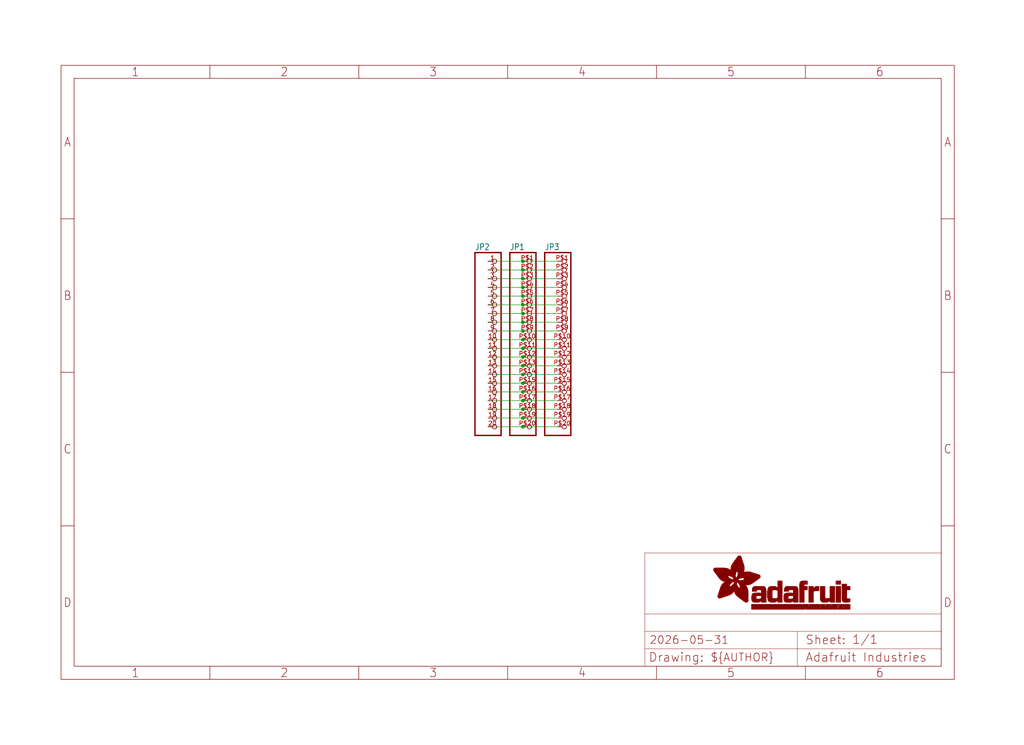
<source format=kicad_sch>
(kicad_sch (version 20230121) (generator eeschema)
  (paper "User" 298.45 217.322)
  (lib_symbols
    (symbol "working-eagle-import:FRAME_A4_ADAFRUIT"
      (symbol "FRAME_A4_ADAFRUIT_1_0"
        (text "${#}/${##}" (at 230.505 10.16 0) (effects (font (size 2.54 2.54)) (justify left bottom)))
        (text "${AUTHOR}" (at 189.23 5.08 0) (effects (font (size 2.286 2.286)) (justify left bottom)))
        (text "${CURRENT_DATE}" (at 171.45 10.16 0) (effects (font (size 2.286 2.286)) (justify left bottom)))
        (text "${PROJECTNAME}" (at 171.45 15.24 0) (effects (font (size 2.54 2.54)) (justify left bottom)))
        (text "1" (at 21.6958 1.905 0) (effects (font (size 2.54 2.286))))
        (text "1" (at 21.6958 177.165 0) (effects (font (size 2.54 2.286))))
        (text "2" (at 65.0875 1.905 0) (effects (font (size 2.54 2.286))))
        (text "2" (at 65.0875 177.165 0) (effects (font (size 2.54 2.286))))
        (text "3" (at 108.4792 1.905 0) (effects (font (size 2.54 2.286))))
        (text "3" (at 108.4792 177.165 0) (effects (font (size 2.54 2.286))))
        (text "4" (at 151.8708 1.905 0) (effects (font (size 2.54 2.286))))
        (text "4" (at 151.8708 177.165 0) (effects (font (size 2.54 2.286))))
        (text "5" (at 195.2625 1.905 0) (effects (font (size 2.54 2.286))))
        (text "5" (at 195.2625 177.165 0) (effects (font (size 2.54 2.286))))
        (text "6" (at 238.6542 1.905 0) (effects (font (size 2.54 2.286))))
        (text "6" (at 238.6542 177.165 0) (effects (font (size 2.54 2.286))))
        (text "A" (at 1.905 156.6863 0) (effects (font (size 2.54 2.286))))
        (text "A" (at 258.445 156.6863 0) (effects (font (size 2.54 2.286))))
        (text "Adafruit Industries" (at 216.916 4.953 0) (effects (font (size 2.54 2.54)) (justify left bottom)))
        (text "B" (at 1.905 111.9188 0) (effects (font (size 2.54 2.286))))
        (text "B" (at 258.445 111.9188 0) (effects (font (size 2.54 2.286))))
        (text "C" (at 1.905 67.1513 0) (effects (font (size 2.54 2.286))))
        (text "C" (at 258.445 67.1513 0) (effects (font (size 2.54 2.286))))
        (text "D" (at 1.905 22.3838 0) (effects (font (size 2.54 2.286))))
        (text "D" (at 258.445 22.3838 0) (effects (font (size 2.54 2.286))))
        (text "Drawing:" (at 171.196 4.953 0) (effects (font (size 2.54 2.54)) (justify left bottom)))
        (text "Sheet:" (at 216.916 10.033 0) (effects (font (size 2.54 2.54)) (justify left bottom)))
      )
    )
    (symbol "working-eagle-import:HEADER-1X20FPC_0.5MM"
      (property "Reference" "JP" (at -6.35 26.035 0))
      (symbol "HEADER-1X20FPC_0.5MM_1_0"
        (pin passive inverted (at -2.54 22.86 0) (length 2.54) (name "1") (number "P$1"))
        (pin passive inverted (at -2.54 0 0) (length 2.54) (name "10") (number "P$10"))
        (pin passive inverted (at -2.54 -2.54 0) (length 2.54) (name "11") (number "P$11"))
        (pin passive inverted (at -2.54 -5.08 0) (length 2.54) (name "12") (number "P$12"))
        (pin passive inverted (at -2.54 -7.62 0) (length 2.54) (name "13") (number "P$13"))
        (pin passive inverted (at -2.54 -10.16 0) (length 2.54) (name "14") (number "P$14"))
        (pin passive inverted (at -2.54 -12.7 0) (length 2.54) (name "15") (number "P$15"))
        (pin passive inverted (at -2.54 -15.24 0) (length 2.54) (name "16") (number "P$16"))
        (pin passive inverted (at -2.54 -17.78 0) (length 2.54) (name "17") (number "P$17"))
        (pin passive inverted (at -2.54 -20.32 0) (length 2.54) (name "18") (number "P$18"))
        (pin passive inverted (at -2.54 -22.86 0) (length 2.54) (name "19") (number "P$19"))
        (pin passive inverted (at -2.54 20.32 0) (length 2.54) (name "2") (number "P$2"))
        (pin passive inverted (at -2.54 -25.4 0) (length 2.54) (name "20") (number "P$20"))
        (pin passive inverted (at -2.54 17.78 0) (length 2.54) (name "3") (number "P$3"))
        (pin passive inverted (at -2.54 15.24 0) (length 2.54) (name "4") (number "P$4"))
        (pin passive inverted (at -2.54 12.7 0) (length 2.54) (name "5") (number "P$5"))
        (pin passive inverted (at -2.54 10.16 0) (length 2.54) (name "6") (number "P$6"))
        (pin passive inverted (at -2.54 7.62 0) (length 2.54) (name "7") (number "P$7"))
        (pin passive inverted (at -2.54 5.08 0) (length 2.54) (name "8") (number "P$8"))
        (pin passive inverted (at -2.54 2.54 0) (length 2.54) (name "9") (number "P$9"))
      )
    )
    (symbol "working-eagle-import:HEADER-1X20FPC_1.0MM"
      (property "Reference" "JP" (at -6.35 26.035 0))
      (symbol "HEADER-1X20FPC_1.0MM_1_0"
        (pin passive inverted (at -2.54 22.86 0) (length 2.54) (name "1") (number "P$1"))
        (pin passive inverted (at -2.54 0 0) (length 2.54) (name "10") (number "P$10"))
        (pin passive inverted (at -2.54 -2.54 0) (length 2.54) (name "11") (number "P$11"))
        (pin passive inverted (at -2.54 -5.08 0) (length 2.54) (name "12") (number "P$12"))
        (pin passive inverted (at -2.54 -7.62 0) (length 2.54) (name "13") (number "P$13"))
        (pin passive inverted (at -2.54 -10.16 0) (length 2.54) (name "14") (number "P$14"))
        (pin passive inverted (at -2.54 -12.7 0) (length 2.54) (name "15") (number "P$15"))
        (pin passive inverted (at -2.54 -15.24 0) (length 2.54) (name "16") (number "P$16"))
        (pin passive inverted (at -2.54 -17.78 0) (length 2.54) (name "17") (number "P$17"))
        (pin passive inverted (at -2.54 -20.32 0) (length 2.54) (name "18") (number "P$18"))
        (pin passive inverted (at -2.54 -22.86 0) (length 2.54) (name "19") (number "P$19"))
        (pin passive inverted (at -2.54 20.32 0) (length 2.54) (name "2") (number "P$2"))
        (pin passive inverted (at -2.54 -25.4 0) (length 2.54) (name "20") (number "P$20"))
        (pin passive inverted (at -2.54 17.78 0) (length 2.54) (name "3") (number "P$3"))
        (pin passive inverted (at -2.54 15.24 0) (length 2.54) (name "4") (number "P$4"))
        (pin passive inverted (at -2.54 12.7 0) (length 2.54) (name "5") (number "P$5"))
        (pin passive inverted (at -2.54 10.16 0) (length 2.54) (name "6") (number "P$6"))
        (pin passive inverted (at -2.54 7.62 0) (length 2.54) (name "7") (number "P$7"))
        (pin passive inverted (at -2.54 5.08 0) (length 2.54) (name "8") (number "P$8"))
        (pin passive inverted (at -2.54 2.54 0) (length 2.54) (name "9") (number "P$9"))
      )
    )
    (symbol "working-eagle-import:HEADER-1X20ROUND"
      (property "Reference" "JP" (at -6.35 26.035 0))
      (symbol "HEADER-1X20ROUND_1_0"
        (pin passive inverted (at -2.54 22.86 0) (length 2.54) (name "1") (number "1"))
        (pin passive inverted (at -2.54 0 0) (length 2.54) (name "10") (number "10"))
        (pin passive inverted (at -2.54 -2.54 0) (length 2.54) (name "11") (number "11"))
        (pin passive inverted (at -2.54 -5.08 0) (length 2.54) (name "12") (number "12"))
        (pin passive inverted (at -2.54 -7.62 0) (length 2.54) (name "13") (number "13"))
        (pin passive inverted (at -2.54 -10.16 0) (length 2.54) (name "14") (number "14"))
        (pin passive inverted (at -2.54 -12.7 0) (length 2.54) (name "15") (number "15"))
        (pin passive inverted (at -2.54 -15.24 0) (length 2.54) (name "16") (number "16"))
        (pin passive inverted (at -2.54 -17.78 0) (length 2.54) (name "17") (number "17"))
        (pin passive inverted (at -2.54 -20.32 0) (length 2.54) (name "18") (number "18"))
        (pin passive inverted (at -2.54 -22.86 0) (length 2.54) (name "19") (number "19"))
        (pin passive inverted (at -2.54 20.32 0) (length 2.54) (name "2") (number "2"))
        (pin passive inverted (at -2.54 -25.4 0) (length 2.54) (name "20") (number "20"))
        (pin passive inverted (at -2.54 17.78 0) (length 2.54) (name "3") (number "3"))
        (pin passive inverted (at -2.54 15.24 0) (length 2.54) (name "4") (number "4"))
        (pin passive inverted (at -2.54 12.7 0) (length 2.54) (name "5") (number "5"))
        (pin passive inverted (at -2.54 10.16 0) (length 2.54) (name "6") (number "6"))
        (pin passive inverted (at -2.54 7.62 0) (length 2.54) (name "7") (number "7"))
        (pin passive inverted (at -2.54 5.08 0) (length 2.54) (name "8") (number "8"))
        (pin passive inverted (at -2.54 2.54 0) (length 2.54) (name "9") (number "9"))
      )
    )
  )
  (junction (at 152.4 104.14))
  (junction (at 152.4 83.82))
  (junction (at 152.4 81.28))
  (junction (at 152.4 93.98))
  (junction (at 152.4 109.22))
  (junction (at 152.4 88.9))
  (junction (at 152.4 76.2))
  (junction (at 152.4 116.84))
  (junction (at 152.4 96.52))
  (junction (at 152.4 78.74))
  (junction (at 152.4 114.3))
  (junction (at 152.4 86.36))
  (junction (at 152.4 106.68))
  (junction (at 152.4 119.38))
  (junction (at 152.4 124.46))
  (junction (at 152.4 91.44))
  (junction (at 152.4 121.92))
  (junction (at 152.4 101.6))
  (junction (at 152.4 99.06))
  (junction (at 152.4 111.76))
  (wire (pts (xy 162.56 104.14) (xy 152.4 104.14)) (stroke (width 0.1524)))
  (wire (pts (xy 162.56 99.06) (xy 152.4 99.06)) (stroke (width 0.1524)))
  (wire (pts (xy 152.4 101.6) (xy 142.24 101.6)) (stroke (width 0.1524)))
  (wire (pts (xy 152.4 88.9) (xy 142.24 88.9)) (stroke (width 0.1524)))
  (wire (pts (xy 162.56 119.38) (xy 152.4 119.38)) (stroke (width 0.1524)))
  (wire (pts (xy 162.56 88.9) (xy 152.4 88.9)) (stroke (width 0.1524)))
  (wire (pts (xy 162.56 114.3) (xy 152.4 114.3)) (stroke (width 0.1524)))
  (wire (pts (xy 152.4 119.38) (xy 142.24 119.38)) (stroke (width 0.1524)))
  (wire (pts (xy 152.4 104.14) (xy 142.24 104.14)) (stroke (width 0.1524)))
  (wire (pts (xy 152.4 86.36) (xy 142.24 86.36)) (stroke (width 0.1524)))
  (wire (pts (xy 162.56 109.22) (xy 152.4 109.22)) (stroke (width 0.1524)))
  (wire (pts (xy 152.4 111.76) (xy 142.24 111.76)) (stroke (width 0.1524)))
  (wire (pts (xy 152.4 76.2) (xy 142.24 76.2)) (stroke (width 0.1524)))
  (wire (pts (xy 162.56 91.44) (xy 152.4 91.44)) (stroke (width 0.1524)))
  (wire (pts (xy 152.4 99.06) (xy 142.24 99.06)) (stroke (width 0.1524)))
  (wire (pts (xy 162.56 86.36) (xy 152.4 86.36)) (stroke (width 0.1524)))
  (wire (pts (xy 162.56 106.68) (xy 152.4 106.68)) (stroke (width 0.1524)))
  (wire (pts (xy 152.4 96.52) (xy 142.24 96.52)) (stroke (width 0.1524)))
  (wire (pts (xy 152.4 109.22) (xy 142.24 109.22)) (stroke (width 0.1524)))
  (wire (pts (xy 152.4 106.68) (xy 142.24 106.68)) (stroke (width 0.1524)))
  (wire (pts (xy 162.56 96.52) (xy 152.4 96.52)) (stroke (width 0.1524)))
  (wire (pts (xy 152.4 81.28) (xy 142.24 81.28)) (stroke (width 0.1524)))
  (wire (pts (xy 152.4 124.46) (xy 142.24 124.46)) (stroke (width 0.1524)))
  (wire (pts (xy 162.56 101.6) (xy 152.4 101.6)) (stroke (width 0.1524)))
  (wire (pts (xy 162.56 116.84) (xy 152.4 116.84)) (stroke (width 0.1524)))
  (wire (pts (xy 162.56 78.74) (xy 152.4 78.74)) (stroke (width 0.1524)))
  (wire (pts (xy 152.4 78.74) (xy 142.24 78.74)) (stroke (width 0.1524)))
  (wire (pts (xy 152.4 83.82) (xy 142.24 83.82)) (stroke (width 0.1524)))
  (wire (pts (xy 162.56 93.98) (xy 152.4 93.98)) (stroke (width 0.1524)))
  (wire (pts (xy 152.4 114.3) (xy 142.24 114.3)) (stroke (width 0.1524)))
  (wire (pts (xy 152.4 116.84) (xy 142.24 116.84)) (stroke (width 0.1524)))
  (wire (pts (xy 162.56 81.28) (xy 152.4 81.28)) (stroke (width 0.1524)))
  (wire (pts (xy 152.4 121.92) (xy 142.24 121.92)) (stroke (width 0.1524)))
  (wire (pts (xy 152.4 93.98) (xy 142.24 93.98)) (stroke (width 0.1524)))
  (wire (pts (xy 162.56 124.46) (xy 152.4 124.46)) (stroke (width 0.1524)))
  (wire (pts (xy 162.56 83.82) (xy 152.4 83.82)) (stroke (width 0.1524)))
  (wire (pts (xy 162.56 76.2) (xy 152.4 76.2)) (stroke (width 0.1524)))
  (wire (pts (xy 162.56 121.92) (xy 152.4 121.92)) (stroke (width 0.1524)))
  (wire (pts (xy 162.56 111.76) (xy 152.4 111.76)) (stroke (width 0.1524)))
  (wire (pts (xy 152.4 91.44) (xy 142.24 91.44)) (stroke (width 0.1524)))
  (symbol (lib_id "working-eagle-import:HEADER-1X20ROUND") (at 144.78 99.06 0) (unit 1)
    (property "Reference" "JP2" (at 138.43 73.025 0) (effects (font (size 1.778 1.5113)) (justify left bottom)))
    (property "Value" "HEADER-1X20ROUND" (effects hide))
    (property "Footprint" "working:1X20_ROUND" (effects hide))
  )
  (symbol (lib_id "working-eagle-import:HEADER-1X20FPC_0.5MM") (at 165.1 99.06 0) (unit 1)
    (property "Reference" "JP3" (at 158.75 73.025 0) (effects (font (size 1.778 1.5113)) (justify left bottom)))
    (property "Value" "HEADER-1X20FPC_0.5MM" (effects hide))
    (property "Footprint" "working:FPC_GENERIC_0.5MM_20PIN" (effects hide))
  )
  (symbol (lib_id "working-eagle-import:FRAME_A4_ADAFRUIT") (at 17.78 198.12 0) (unit 1)
    (property "Reference" "#U$1" (effects hide))
    (property "Value" "FRAME_A4_ADAFRUIT" (effects hide))
  )
  (symbol (lib_id "working-eagle-import:HEADER-1X20FPC_1.0MM") (at 154.94 99.06 0) (unit 1)
    (property "Reference" "JP1" (at 148.59 73.025 0) (effects (font (size 1.778 1.5113)) (justify left bottom)))
    (property "Value" "HEADER-1X20FPC_1.0MM" (effects hide))
    (property "Footprint" "working:FPC_GENERIC_1.0MM_20PIN" (effects hide))
  )
)
</source>
